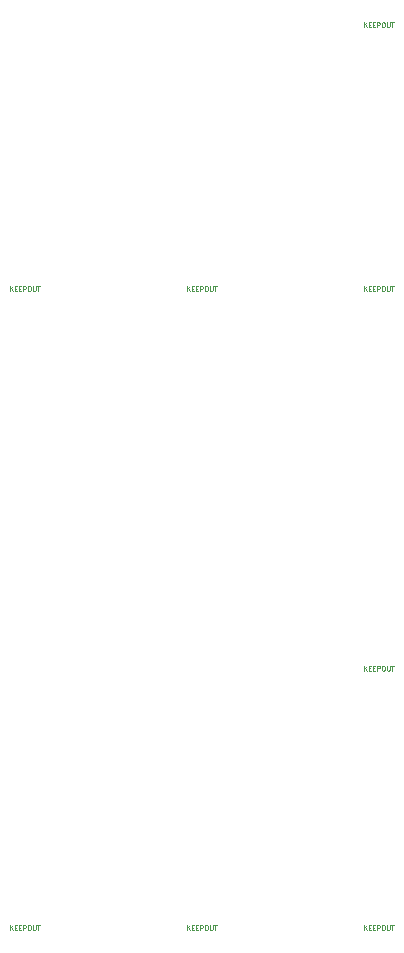
<source format=gbr>
G04 #@! TF.GenerationSoftware,KiCad,Pcbnew,(5.0.1)-4*
G04 #@! TF.CreationDate,2019-03-05T01:37:16-06:00*
G04 #@! TF.ProjectId,vca,7663612E6B696361645F706362000000,rev?*
G04 #@! TF.SameCoordinates,Original*
G04 #@! TF.FileFunction,Other,Comment*
%FSLAX46Y46*%
G04 Gerber Fmt 4.6, Leading zero omitted, Abs format (unit mm)*
G04 Created by KiCad (PCBNEW (5.0.1)-4) date 3/5/2019 1:37:16*
%MOMM*%
%LPD*%
G01*
G04 APERTURE LIST*
%ADD10C,0.051000*%
G04 APERTURE END LIST*
G04 #@! TO.C,J3*
D10*
X143773904Y-108466952D02*
X143773904Y-108066952D01*
X144002476Y-108466952D02*
X143831047Y-108238380D01*
X144002476Y-108066952D02*
X143773904Y-108295523D01*
X144173904Y-108257428D02*
X144307238Y-108257428D01*
X144364380Y-108466952D02*
X144173904Y-108466952D01*
X144173904Y-108066952D01*
X144364380Y-108066952D01*
X144535809Y-108257428D02*
X144669142Y-108257428D01*
X144726285Y-108466952D02*
X144535809Y-108466952D01*
X144535809Y-108066952D01*
X144726285Y-108066952D01*
X144897714Y-108466952D02*
X144897714Y-108066952D01*
X145050095Y-108066952D01*
X145088190Y-108086000D01*
X145107238Y-108105047D01*
X145126285Y-108143142D01*
X145126285Y-108200285D01*
X145107238Y-108238380D01*
X145088190Y-108257428D01*
X145050095Y-108276476D01*
X144897714Y-108276476D01*
X145373904Y-108066952D02*
X145450095Y-108066952D01*
X145488190Y-108086000D01*
X145526285Y-108124095D01*
X145545333Y-108200285D01*
X145545333Y-108333619D01*
X145526285Y-108409809D01*
X145488190Y-108447904D01*
X145450095Y-108466952D01*
X145373904Y-108466952D01*
X145335809Y-108447904D01*
X145297714Y-108409809D01*
X145278666Y-108333619D01*
X145278666Y-108200285D01*
X145297714Y-108124095D01*
X145335809Y-108086000D01*
X145373904Y-108066952D01*
X145716761Y-108066952D02*
X145716761Y-108390761D01*
X145735809Y-108428857D01*
X145754857Y-108447904D01*
X145792952Y-108466952D01*
X145869142Y-108466952D01*
X145907238Y-108447904D01*
X145926285Y-108428857D01*
X145945333Y-108390761D01*
X145945333Y-108066952D01*
X146078666Y-108066952D02*
X146307238Y-108066952D01*
X146192952Y-108466952D02*
X146192952Y-108066952D01*
G04 #@! TO.C,J2*
X128787904Y-108466952D02*
X128787904Y-108066952D01*
X129016476Y-108466952D02*
X128845047Y-108238380D01*
X129016476Y-108066952D02*
X128787904Y-108295523D01*
X129187904Y-108257428D02*
X129321238Y-108257428D01*
X129378380Y-108466952D02*
X129187904Y-108466952D01*
X129187904Y-108066952D01*
X129378380Y-108066952D01*
X129549809Y-108257428D02*
X129683142Y-108257428D01*
X129740285Y-108466952D02*
X129549809Y-108466952D01*
X129549809Y-108066952D01*
X129740285Y-108066952D01*
X129911714Y-108466952D02*
X129911714Y-108066952D01*
X130064095Y-108066952D01*
X130102190Y-108086000D01*
X130121238Y-108105047D01*
X130140285Y-108143142D01*
X130140285Y-108200285D01*
X130121238Y-108238380D01*
X130102190Y-108257428D01*
X130064095Y-108276476D01*
X129911714Y-108276476D01*
X130387904Y-108066952D02*
X130464095Y-108066952D01*
X130502190Y-108086000D01*
X130540285Y-108124095D01*
X130559333Y-108200285D01*
X130559333Y-108333619D01*
X130540285Y-108409809D01*
X130502190Y-108447904D01*
X130464095Y-108466952D01*
X130387904Y-108466952D01*
X130349809Y-108447904D01*
X130311714Y-108409809D01*
X130292666Y-108333619D01*
X130292666Y-108200285D01*
X130311714Y-108124095D01*
X130349809Y-108086000D01*
X130387904Y-108066952D01*
X130730761Y-108066952D02*
X130730761Y-108390761D01*
X130749809Y-108428857D01*
X130768857Y-108447904D01*
X130806952Y-108466952D01*
X130883142Y-108466952D01*
X130921238Y-108447904D01*
X130940285Y-108428857D01*
X130959333Y-108390761D01*
X130959333Y-108066952D01*
X131092666Y-108066952D02*
X131321238Y-108066952D01*
X131206952Y-108466952D02*
X131206952Y-108066952D01*
G04 #@! TO.C,J1*
X113801904Y-108466952D02*
X113801904Y-108066952D01*
X114030476Y-108466952D02*
X113859047Y-108238380D01*
X114030476Y-108066952D02*
X113801904Y-108295523D01*
X114201904Y-108257428D02*
X114335238Y-108257428D01*
X114392380Y-108466952D02*
X114201904Y-108466952D01*
X114201904Y-108066952D01*
X114392380Y-108066952D01*
X114563809Y-108257428D02*
X114697142Y-108257428D01*
X114754285Y-108466952D02*
X114563809Y-108466952D01*
X114563809Y-108066952D01*
X114754285Y-108066952D01*
X114925714Y-108466952D02*
X114925714Y-108066952D01*
X115078095Y-108066952D01*
X115116190Y-108086000D01*
X115135238Y-108105047D01*
X115154285Y-108143142D01*
X115154285Y-108200285D01*
X115135238Y-108238380D01*
X115116190Y-108257428D01*
X115078095Y-108276476D01*
X114925714Y-108276476D01*
X115401904Y-108066952D02*
X115478095Y-108066952D01*
X115516190Y-108086000D01*
X115554285Y-108124095D01*
X115573333Y-108200285D01*
X115573333Y-108333619D01*
X115554285Y-108409809D01*
X115516190Y-108447904D01*
X115478095Y-108466952D01*
X115401904Y-108466952D01*
X115363809Y-108447904D01*
X115325714Y-108409809D01*
X115306666Y-108333619D01*
X115306666Y-108200285D01*
X115325714Y-108124095D01*
X115363809Y-108086000D01*
X115401904Y-108066952D01*
X115744761Y-108066952D02*
X115744761Y-108390761D01*
X115763809Y-108428857D01*
X115782857Y-108447904D01*
X115820952Y-108466952D01*
X115897142Y-108466952D01*
X115935238Y-108447904D01*
X115954285Y-108428857D01*
X115973333Y-108390761D01*
X115973333Y-108066952D01*
X116106666Y-108066952D02*
X116335238Y-108066952D01*
X116220952Y-108466952D02*
X116220952Y-108066952D01*
G04 #@! TO.C,J4*
X143773904Y-86501952D02*
X143773904Y-86101952D01*
X144002476Y-86501952D02*
X143831047Y-86273380D01*
X144002476Y-86101952D02*
X143773904Y-86330523D01*
X144173904Y-86292428D02*
X144307238Y-86292428D01*
X144364380Y-86501952D02*
X144173904Y-86501952D01*
X144173904Y-86101952D01*
X144364380Y-86101952D01*
X144535809Y-86292428D02*
X144669142Y-86292428D01*
X144726285Y-86501952D02*
X144535809Y-86501952D01*
X144535809Y-86101952D01*
X144726285Y-86101952D01*
X144897714Y-86501952D02*
X144897714Y-86101952D01*
X145050095Y-86101952D01*
X145088190Y-86121000D01*
X145107238Y-86140047D01*
X145126285Y-86178142D01*
X145126285Y-86235285D01*
X145107238Y-86273380D01*
X145088190Y-86292428D01*
X145050095Y-86311476D01*
X144897714Y-86311476D01*
X145373904Y-86101952D02*
X145450095Y-86101952D01*
X145488190Y-86121000D01*
X145526285Y-86159095D01*
X145545333Y-86235285D01*
X145545333Y-86368619D01*
X145526285Y-86444809D01*
X145488190Y-86482904D01*
X145450095Y-86501952D01*
X145373904Y-86501952D01*
X145335809Y-86482904D01*
X145297714Y-86444809D01*
X145278666Y-86368619D01*
X145278666Y-86235285D01*
X145297714Y-86159095D01*
X145335809Y-86121000D01*
X145373904Y-86101952D01*
X145716761Y-86101952D02*
X145716761Y-86425761D01*
X145735809Y-86463857D01*
X145754857Y-86482904D01*
X145792952Y-86501952D01*
X145869142Y-86501952D01*
X145907238Y-86482904D01*
X145926285Y-86463857D01*
X145945333Y-86425761D01*
X145945333Y-86101952D01*
X146078666Y-86101952D02*
X146307238Y-86101952D01*
X146192952Y-86501952D02*
X146192952Y-86101952D01*
G04 #@! TO.C,J8*
X143773904Y-32018952D02*
X143773904Y-31618952D01*
X144002476Y-32018952D02*
X143831047Y-31790380D01*
X144002476Y-31618952D02*
X143773904Y-31847523D01*
X144173904Y-31809428D02*
X144307238Y-31809428D01*
X144364380Y-32018952D02*
X144173904Y-32018952D01*
X144173904Y-31618952D01*
X144364380Y-31618952D01*
X144535809Y-31809428D02*
X144669142Y-31809428D01*
X144726285Y-32018952D02*
X144535809Y-32018952D01*
X144535809Y-31618952D01*
X144726285Y-31618952D01*
X144897714Y-32018952D02*
X144897714Y-31618952D01*
X145050095Y-31618952D01*
X145088190Y-31638000D01*
X145107238Y-31657047D01*
X145126285Y-31695142D01*
X145126285Y-31752285D01*
X145107238Y-31790380D01*
X145088190Y-31809428D01*
X145050095Y-31828476D01*
X144897714Y-31828476D01*
X145373904Y-31618952D02*
X145450095Y-31618952D01*
X145488190Y-31638000D01*
X145526285Y-31676095D01*
X145545333Y-31752285D01*
X145545333Y-31885619D01*
X145526285Y-31961809D01*
X145488190Y-31999904D01*
X145450095Y-32018952D01*
X145373904Y-32018952D01*
X145335809Y-31999904D01*
X145297714Y-31961809D01*
X145278666Y-31885619D01*
X145278666Y-31752285D01*
X145297714Y-31676095D01*
X145335809Y-31638000D01*
X145373904Y-31618952D01*
X145716761Y-31618952D02*
X145716761Y-31942761D01*
X145735809Y-31980857D01*
X145754857Y-31999904D01*
X145792952Y-32018952D01*
X145869142Y-32018952D01*
X145907238Y-31999904D01*
X145926285Y-31980857D01*
X145945333Y-31942761D01*
X145945333Y-31618952D01*
X146078666Y-31618952D02*
X146307238Y-31618952D01*
X146192952Y-32018952D02*
X146192952Y-31618952D01*
G04 #@! TO.C,J7*
X143773904Y-54364952D02*
X143773904Y-53964952D01*
X144002476Y-54364952D02*
X143831047Y-54136380D01*
X144002476Y-53964952D02*
X143773904Y-54193523D01*
X144173904Y-54155428D02*
X144307238Y-54155428D01*
X144364380Y-54364952D02*
X144173904Y-54364952D01*
X144173904Y-53964952D01*
X144364380Y-53964952D01*
X144535809Y-54155428D02*
X144669142Y-54155428D01*
X144726285Y-54364952D02*
X144535809Y-54364952D01*
X144535809Y-53964952D01*
X144726285Y-53964952D01*
X144897714Y-54364952D02*
X144897714Y-53964952D01*
X145050095Y-53964952D01*
X145088190Y-53984000D01*
X145107238Y-54003047D01*
X145126285Y-54041142D01*
X145126285Y-54098285D01*
X145107238Y-54136380D01*
X145088190Y-54155428D01*
X145050095Y-54174476D01*
X144897714Y-54174476D01*
X145373904Y-53964952D02*
X145450095Y-53964952D01*
X145488190Y-53984000D01*
X145526285Y-54022095D01*
X145545333Y-54098285D01*
X145545333Y-54231619D01*
X145526285Y-54307809D01*
X145488190Y-54345904D01*
X145450095Y-54364952D01*
X145373904Y-54364952D01*
X145335809Y-54345904D01*
X145297714Y-54307809D01*
X145278666Y-54231619D01*
X145278666Y-54098285D01*
X145297714Y-54022095D01*
X145335809Y-53984000D01*
X145373904Y-53964952D01*
X145716761Y-53964952D02*
X145716761Y-54288761D01*
X145735809Y-54326857D01*
X145754857Y-54345904D01*
X145792952Y-54364952D01*
X145869142Y-54364952D01*
X145907238Y-54345904D01*
X145926285Y-54326857D01*
X145945333Y-54288761D01*
X145945333Y-53964952D01*
X146078666Y-53964952D02*
X146307238Y-53964952D01*
X146192952Y-54364952D02*
X146192952Y-53964952D01*
G04 #@! TO.C,J6*
X128787904Y-54364952D02*
X128787904Y-53964952D01*
X129016476Y-54364952D02*
X128845047Y-54136380D01*
X129016476Y-53964952D02*
X128787904Y-54193523D01*
X129187904Y-54155428D02*
X129321238Y-54155428D01*
X129378380Y-54364952D02*
X129187904Y-54364952D01*
X129187904Y-53964952D01*
X129378380Y-53964952D01*
X129549809Y-54155428D02*
X129683142Y-54155428D01*
X129740285Y-54364952D02*
X129549809Y-54364952D01*
X129549809Y-53964952D01*
X129740285Y-53964952D01*
X129911714Y-54364952D02*
X129911714Y-53964952D01*
X130064095Y-53964952D01*
X130102190Y-53984000D01*
X130121238Y-54003047D01*
X130140285Y-54041142D01*
X130140285Y-54098285D01*
X130121238Y-54136380D01*
X130102190Y-54155428D01*
X130064095Y-54174476D01*
X129911714Y-54174476D01*
X130387904Y-53964952D02*
X130464095Y-53964952D01*
X130502190Y-53984000D01*
X130540285Y-54022095D01*
X130559333Y-54098285D01*
X130559333Y-54231619D01*
X130540285Y-54307809D01*
X130502190Y-54345904D01*
X130464095Y-54364952D01*
X130387904Y-54364952D01*
X130349809Y-54345904D01*
X130311714Y-54307809D01*
X130292666Y-54231619D01*
X130292666Y-54098285D01*
X130311714Y-54022095D01*
X130349809Y-53984000D01*
X130387904Y-53964952D01*
X130730761Y-53964952D02*
X130730761Y-54288761D01*
X130749809Y-54326857D01*
X130768857Y-54345904D01*
X130806952Y-54364952D01*
X130883142Y-54364952D01*
X130921238Y-54345904D01*
X130940285Y-54326857D01*
X130959333Y-54288761D01*
X130959333Y-53964952D01*
X131092666Y-53964952D02*
X131321238Y-53964952D01*
X131206952Y-54364952D02*
X131206952Y-53964952D01*
G04 #@! TO.C,J5*
X113801904Y-54364952D02*
X113801904Y-53964952D01*
X114030476Y-54364952D02*
X113859047Y-54136380D01*
X114030476Y-53964952D02*
X113801904Y-54193523D01*
X114201904Y-54155428D02*
X114335238Y-54155428D01*
X114392380Y-54364952D02*
X114201904Y-54364952D01*
X114201904Y-53964952D01*
X114392380Y-53964952D01*
X114563809Y-54155428D02*
X114697142Y-54155428D01*
X114754285Y-54364952D02*
X114563809Y-54364952D01*
X114563809Y-53964952D01*
X114754285Y-53964952D01*
X114925714Y-54364952D02*
X114925714Y-53964952D01*
X115078095Y-53964952D01*
X115116190Y-53984000D01*
X115135238Y-54003047D01*
X115154285Y-54041142D01*
X115154285Y-54098285D01*
X115135238Y-54136380D01*
X115116190Y-54155428D01*
X115078095Y-54174476D01*
X114925714Y-54174476D01*
X115401904Y-53964952D02*
X115478095Y-53964952D01*
X115516190Y-53984000D01*
X115554285Y-54022095D01*
X115573333Y-54098285D01*
X115573333Y-54231619D01*
X115554285Y-54307809D01*
X115516190Y-54345904D01*
X115478095Y-54364952D01*
X115401904Y-54364952D01*
X115363809Y-54345904D01*
X115325714Y-54307809D01*
X115306666Y-54231619D01*
X115306666Y-54098285D01*
X115325714Y-54022095D01*
X115363809Y-53984000D01*
X115401904Y-53964952D01*
X115744761Y-53964952D02*
X115744761Y-54288761D01*
X115763809Y-54326857D01*
X115782857Y-54345904D01*
X115820952Y-54364952D01*
X115897142Y-54364952D01*
X115935238Y-54345904D01*
X115954285Y-54326857D01*
X115973333Y-54288761D01*
X115973333Y-53964952D01*
X116106666Y-53964952D02*
X116335238Y-53964952D01*
X116220952Y-54364952D02*
X116220952Y-53964952D01*
G04 #@! TD*
M02*

</source>
